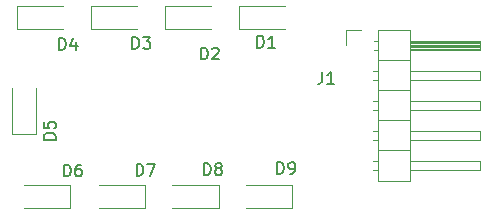
<source format=gto>
G04 #@! TF.GenerationSoftware,KiCad,Pcbnew,6.0.7*
G04 #@! TF.CreationDate,2022-09-09T10:48:33-06:00*
G04 #@! TF.ProjectId,sdt_pa_diode,7364745f-7061-45f6-9469-6f64652e6b69,rev?*
G04 #@! TF.SameCoordinates,Original*
G04 #@! TF.FileFunction,Legend,Top*
G04 #@! TF.FilePolarity,Positive*
%FSLAX46Y46*%
G04 Gerber Fmt 4.6, Leading zero omitted, Abs format (unit mm)*
G04 Created by KiCad (PCBNEW 6.0.7) date 2022-09-09 10:48:33*
%MOMM*%
%LPD*%
G01*
G04 APERTURE LIST*
%ADD10C,0.150000*%
%ADD11C,0.120000*%
G04 APERTURE END LIST*
D10*
X134111904Y-90052380D02*
X134111904Y-89052380D01*
X134350000Y-89052380D01*
X134492857Y-89100000D01*
X134588095Y-89195238D01*
X134635714Y-89290476D01*
X134683333Y-89480952D01*
X134683333Y-89623809D01*
X134635714Y-89814285D01*
X134588095Y-89909523D01*
X134492857Y-90004761D01*
X134350000Y-90052380D01*
X134111904Y-90052380D01*
X135016666Y-89052380D02*
X135635714Y-89052380D01*
X135302380Y-89433333D01*
X135445238Y-89433333D01*
X135540476Y-89480952D01*
X135588095Y-89528571D01*
X135635714Y-89623809D01*
X135635714Y-89861904D01*
X135588095Y-89957142D01*
X135540476Y-90004761D01*
X135445238Y-90052380D01*
X135159523Y-90052380D01*
X135064285Y-90004761D01*
X135016666Y-89957142D01*
X140161904Y-100752380D02*
X140161904Y-99752380D01*
X140400000Y-99752380D01*
X140542857Y-99800000D01*
X140638095Y-99895238D01*
X140685714Y-99990476D01*
X140733333Y-100180952D01*
X140733333Y-100323809D01*
X140685714Y-100514285D01*
X140638095Y-100609523D01*
X140542857Y-100704761D01*
X140400000Y-100752380D01*
X140161904Y-100752380D01*
X141304761Y-100180952D02*
X141209523Y-100133333D01*
X141161904Y-100085714D01*
X141114285Y-99990476D01*
X141114285Y-99942857D01*
X141161904Y-99847619D01*
X141209523Y-99800000D01*
X141304761Y-99752380D01*
X141495238Y-99752380D01*
X141590476Y-99800000D01*
X141638095Y-99847619D01*
X141685714Y-99942857D01*
X141685714Y-99990476D01*
X141638095Y-100085714D01*
X141590476Y-100133333D01*
X141495238Y-100180952D01*
X141304761Y-100180952D01*
X141209523Y-100228571D01*
X141161904Y-100276190D01*
X141114285Y-100371428D01*
X141114285Y-100561904D01*
X141161904Y-100657142D01*
X141209523Y-100704761D01*
X141304761Y-100752380D01*
X141495238Y-100752380D01*
X141590476Y-100704761D01*
X141638095Y-100657142D01*
X141685714Y-100561904D01*
X141685714Y-100371428D01*
X141638095Y-100276190D01*
X141590476Y-100228571D01*
X141495238Y-100180952D01*
X139911904Y-90952380D02*
X139911904Y-89952380D01*
X140150000Y-89952380D01*
X140292857Y-90000000D01*
X140388095Y-90095238D01*
X140435714Y-90190476D01*
X140483333Y-90380952D01*
X140483333Y-90523809D01*
X140435714Y-90714285D01*
X140388095Y-90809523D01*
X140292857Y-90904761D01*
X140150000Y-90952380D01*
X139911904Y-90952380D01*
X140864285Y-90047619D02*
X140911904Y-90000000D01*
X141007142Y-89952380D01*
X141245238Y-89952380D01*
X141340476Y-90000000D01*
X141388095Y-90047619D01*
X141435714Y-90142857D01*
X141435714Y-90238095D01*
X141388095Y-90380952D01*
X140816666Y-90952380D01*
X141435714Y-90952380D01*
X150166666Y-92002380D02*
X150166666Y-92716666D01*
X150119047Y-92859523D01*
X150023809Y-92954761D01*
X149880952Y-93002380D01*
X149785714Y-93002380D01*
X151166666Y-93002380D02*
X150595238Y-93002380D01*
X150880952Y-93002380D02*
X150880952Y-92002380D01*
X150785714Y-92145238D01*
X150690476Y-92240476D01*
X150595238Y-92288095D01*
X127602380Y-97738095D02*
X126602380Y-97738095D01*
X126602380Y-97500000D01*
X126650000Y-97357142D01*
X126745238Y-97261904D01*
X126840476Y-97214285D01*
X127030952Y-97166666D01*
X127173809Y-97166666D01*
X127364285Y-97214285D01*
X127459523Y-97261904D01*
X127554761Y-97357142D01*
X127602380Y-97500000D01*
X127602380Y-97738095D01*
X126602380Y-96261904D02*
X126602380Y-96738095D01*
X127078571Y-96785714D01*
X127030952Y-96738095D01*
X126983333Y-96642857D01*
X126983333Y-96404761D01*
X127030952Y-96309523D01*
X127078571Y-96261904D01*
X127173809Y-96214285D01*
X127411904Y-96214285D01*
X127507142Y-96261904D01*
X127554761Y-96309523D01*
X127602380Y-96404761D01*
X127602380Y-96642857D01*
X127554761Y-96738095D01*
X127507142Y-96785714D01*
X127911904Y-90152380D02*
X127911904Y-89152380D01*
X128150000Y-89152380D01*
X128292857Y-89200000D01*
X128388095Y-89295238D01*
X128435714Y-89390476D01*
X128483333Y-89580952D01*
X128483333Y-89723809D01*
X128435714Y-89914285D01*
X128388095Y-90009523D01*
X128292857Y-90104761D01*
X128150000Y-90152380D01*
X127911904Y-90152380D01*
X129340476Y-89485714D02*
X129340476Y-90152380D01*
X129102380Y-89104761D02*
X128864285Y-89819047D01*
X129483333Y-89819047D01*
X146361904Y-100652380D02*
X146361904Y-99652380D01*
X146600000Y-99652380D01*
X146742857Y-99700000D01*
X146838095Y-99795238D01*
X146885714Y-99890476D01*
X146933333Y-100080952D01*
X146933333Y-100223809D01*
X146885714Y-100414285D01*
X146838095Y-100509523D01*
X146742857Y-100604761D01*
X146600000Y-100652380D01*
X146361904Y-100652380D01*
X147409523Y-100652380D02*
X147600000Y-100652380D01*
X147695238Y-100604761D01*
X147742857Y-100557142D01*
X147838095Y-100414285D01*
X147885714Y-100223809D01*
X147885714Y-99842857D01*
X147838095Y-99747619D01*
X147790476Y-99700000D01*
X147695238Y-99652380D01*
X147504761Y-99652380D01*
X147409523Y-99700000D01*
X147361904Y-99747619D01*
X147314285Y-99842857D01*
X147314285Y-100080952D01*
X147361904Y-100176190D01*
X147409523Y-100223809D01*
X147504761Y-100271428D01*
X147695238Y-100271428D01*
X147790476Y-100223809D01*
X147838095Y-100176190D01*
X147885714Y-100080952D01*
X134461904Y-100802380D02*
X134461904Y-99802380D01*
X134700000Y-99802380D01*
X134842857Y-99850000D01*
X134938095Y-99945238D01*
X134985714Y-100040476D01*
X135033333Y-100230952D01*
X135033333Y-100373809D01*
X134985714Y-100564285D01*
X134938095Y-100659523D01*
X134842857Y-100754761D01*
X134700000Y-100802380D01*
X134461904Y-100802380D01*
X135366666Y-99802380D02*
X136033333Y-99802380D01*
X135604761Y-100802380D01*
X144661904Y-89952380D02*
X144661904Y-88952380D01*
X144900000Y-88952380D01*
X145042857Y-89000000D01*
X145138095Y-89095238D01*
X145185714Y-89190476D01*
X145233333Y-89380952D01*
X145233333Y-89523809D01*
X145185714Y-89714285D01*
X145138095Y-89809523D01*
X145042857Y-89904761D01*
X144900000Y-89952380D01*
X144661904Y-89952380D01*
X146185714Y-89952380D02*
X145614285Y-89952380D01*
X145900000Y-89952380D02*
X145900000Y-88952380D01*
X145804761Y-89095238D01*
X145709523Y-89190476D01*
X145614285Y-89238095D01*
X128311904Y-100852380D02*
X128311904Y-99852380D01*
X128550000Y-99852380D01*
X128692857Y-99900000D01*
X128788095Y-99995238D01*
X128835714Y-100090476D01*
X128883333Y-100280952D01*
X128883333Y-100423809D01*
X128835714Y-100614285D01*
X128788095Y-100709523D01*
X128692857Y-100804761D01*
X128550000Y-100852380D01*
X128311904Y-100852380D01*
X129740476Y-99852380D02*
X129550000Y-99852380D01*
X129454761Y-99900000D01*
X129407142Y-99947619D01*
X129311904Y-100090476D01*
X129264285Y-100280952D01*
X129264285Y-100661904D01*
X129311904Y-100757142D01*
X129359523Y-100804761D01*
X129454761Y-100852380D01*
X129645238Y-100852380D01*
X129740476Y-100804761D01*
X129788095Y-100757142D01*
X129835714Y-100661904D01*
X129835714Y-100423809D01*
X129788095Y-100328571D01*
X129740476Y-100280952D01*
X129645238Y-100233333D01*
X129454761Y-100233333D01*
X129359523Y-100280952D01*
X129311904Y-100328571D01*
X129264285Y-100423809D01*
D11*
X130600000Y-86400000D02*
X130600000Y-88400000D01*
X130600000Y-86400000D02*
X134500000Y-86400000D01*
X130600000Y-88400000D02*
X134500000Y-88400000D01*
X141400000Y-103550000D02*
X141400000Y-101550000D01*
X141400000Y-101550000D02*
X137500000Y-101550000D01*
X141400000Y-103550000D02*
X137500000Y-103550000D01*
X136900000Y-86400000D02*
X136900000Y-88400000D01*
X136900000Y-88400000D02*
X140800000Y-88400000D01*
X136900000Y-86400000D02*
X140800000Y-86400000D01*
X152205000Y-89775000D02*
X152205000Y-88505000D01*
X157575000Y-89935000D02*
X163575000Y-89935000D01*
X154915000Y-91045000D02*
X157575000Y-91045000D01*
X157575000Y-89575000D02*
X163575000Y-89575000D01*
X157575000Y-90055000D02*
X163575000Y-90055000D01*
X163575000Y-91935000D02*
X163575000Y-92695000D01*
X157575000Y-97015000D02*
X163575000Y-97015000D01*
X154915000Y-88445000D02*
X154915000Y-101265000D01*
X163575000Y-100315000D02*
X157575000Y-100315000D01*
X157575000Y-91935000D02*
X163575000Y-91935000D01*
X154517929Y-97775000D02*
X154915000Y-97775000D01*
X163575000Y-97015000D02*
X163575000Y-97775000D01*
X154915000Y-98665000D02*
X157575000Y-98665000D01*
X154915000Y-101265000D02*
X157575000Y-101265000D01*
X157575000Y-88445000D02*
X154915000Y-88445000D01*
X154915000Y-96125000D02*
X157575000Y-96125000D01*
X157575000Y-94475000D02*
X163575000Y-94475000D01*
X154517929Y-97015000D02*
X154915000Y-97015000D01*
X157575000Y-89395000D02*
X163575000Y-89395000D01*
X163575000Y-97775000D02*
X157575000Y-97775000D01*
X154517929Y-99555000D02*
X154915000Y-99555000D01*
X163575000Y-92695000D02*
X157575000Y-92695000D01*
X154517929Y-94475000D02*
X154915000Y-94475000D01*
X154517929Y-92695000D02*
X154915000Y-92695000D01*
X154915000Y-93585000D02*
X157575000Y-93585000D01*
X154517929Y-100315000D02*
X154915000Y-100315000D01*
X157575000Y-89815000D02*
X163575000Y-89815000D01*
X154585000Y-89395000D02*
X154915000Y-89395000D01*
X152205000Y-88505000D02*
X153475000Y-88505000D01*
X154585000Y-90155000D02*
X154915000Y-90155000D01*
X163575000Y-89395000D02*
X163575000Y-90155000D01*
X163575000Y-99555000D02*
X163575000Y-100315000D01*
X157575000Y-89455000D02*
X163575000Y-89455000D01*
X163575000Y-90155000D02*
X157575000Y-90155000D01*
X154517929Y-95235000D02*
X154915000Y-95235000D01*
X154517929Y-91935000D02*
X154915000Y-91935000D01*
X163575000Y-95235000D02*
X157575000Y-95235000D01*
X157575000Y-89695000D02*
X163575000Y-89695000D01*
X157575000Y-101265000D02*
X157575000Y-88445000D01*
X157575000Y-99555000D02*
X163575000Y-99555000D01*
X163575000Y-94475000D02*
X163575000Y-95235000D01*
X125950000Y-97250000D02*
X125950000Y-93350000D01*
X123950000Y-97250000D02*
X123950000Y-93350000D01*
X123950000Y-97250000D02*
X125950000Y-97250000D01*
X124350000Y-86400000D02*
X128250000Y-86400000D01*
X124350000Y-88400000D02*
X128250000Y-88400000D01*
X124350000Y-86400000D02*
X124350000Y-88400000D01*
X147600000Y-103550000D02*
X143700000Y-103550000D01*
X147600000Y-101550000D02*
X143700000Y-101550000D01*
X147600000Y-103550000D02*
X147600000Y-101550000D01*
X135150000Y-101550000D02*
X131250000Y-101550000D01*
X135150000Y-103550000D02*
X131250000Y-103550000D01*
X135150000Y-103550000D02*
X135150000Y-101550000D01*
X143100000Y-86400000D02*
X143100000Y-88400000D01*
X143100000Y-86400000D02*
X147000000Y-86400000D01*
X143100000Y-88400000D02*
X147000000Y-88400000D01*
X128850000Y-103550000D02*
X124950000Y-103550000D01*
X128850000Y-103550000D02*
X128850000Y-101550000D01*
X128850000Y-101550000D02*
X124950000Y-101550000D01*
M02*

</source>
